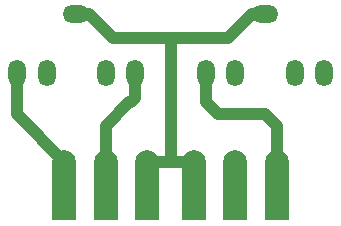
<source format=gbr>
G04 #@! TF.GenerationSoftware,KiCad,Pcbnew,(5.1.2)-1*
G04 #@! TF.CreationDate,2020-11-28T18:44:11+01:00*
G04 #@! TF.ProjectId,Kicad_Tweezers,4b696361-645f-4547-9765-657a6572732e,rev?*
G04 #@! TF.SameCoordinates,Original*
G04 #@! TF.FileFunction,Copper,L1,Top*
G04 #@! TF.FilePolarity,Positive*
%FSLAX46Y46*%
G04 Gerber Fmt 4.6, Leading zero omitted, Abs format (unit mm)*
G04 Created by KiCad (PCBNEW (5.1.2)-1) date 2020-11-28 18:44:11*
%MOMM*%
%LPD*%
G04 APERTURE LIST*
%ADD10R,2.000000X5.000000*%
%ADD11C,2.000000*%
%ADD12O,1.500000X2.250000*%
%ADD13O,2.250000X1.500000*%
%ADD14C,1.000000*%
G04 APERTURE END LIST*
D10*
X142000000Y-106000000D03*
D11*
X142000000Y-103500000D03*
D10*
X124000000Y-106000000D03*
D11*
X124000000Y-103500000D03*
D10*
X135000000Y-106000000D03*
D11*
X135000000Y-103500000D03*
D10*
X131000000Y-106000000D03*
D11*
X131000000Y-103500000D03*
D10*
X138500000Y-106000000D03*
D11*
X138500000Y-103500000D03*
D10*
X127500000Y-106000000D03*
D11*
X127500000Y-103500000D03*
D12*
X143500000Y-96000000D03*
X146000000Y-96000000D03*
X136000000Y-96000000D03*
X138500000Y-96000000D03*
D13*
X141000000Y-91000000D03*
D12*
X127500000Y-96000000D03*
X130000000Y-96000000D03*
X120000000Y-96000000D03*
X122500000Y-96000000D03*
D13*
X125000000Y-91000000D03*
D14*
X127500000Y-100500000D02*
X127500000Y-103500000D01*
X127500000Y-100500000D02*
X129500000Y-98500000D01*
X130000000Y-98125000D02*
X130000000Y-96000000D01*
X129625000Y-98500000D02*
X130000000Y-98125000D01*
X129500000Y-98500000D02*
X129625000Y-98500000D01*
X120000000Y-99500000D02*
X124000000Y-103500000D01*
X120000000Y-96000000D02*
X120000000Y-99500000D01*
X137875000Y-93000000D02*
X139875000Y-91000000D01*
X126125000Y-91000000D02*
X128125000Y-93000000D01*
X133000000Y-94500000D02*
X133000000Y-93000000D01*
X128125000Y-93000000D02*
X133000000Y-93000000D01*
X133000000Y-93000000D02*
X137875000Y-93000000D01*
X133000000Y-103500000D02*
X133000000Y-94500000D01*
X133000000Y-103500000D02*
X135000000Y-103500000D01*
X131000000Y-103500000D02*
X133000000Y-103500000D01*
X136000000Y-98500000D02*
X136000000Y-96000000D01*
X137000000Y-99500000D02*
X136000000Y-98500000D01*
X141000000Y-99500000D02*
X137000000Y-99500000D01*
X142000000Y-103500000D02*
X142000000Y-100500000D01*
X142000000Y-100500000D02*
X141000000Y-99500000D01*
M02*

</source>
